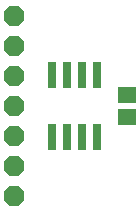
<source format=gts>
G75*
G70*
%OFA0B0*%
%FSLAX24Y24*%
%IPPOS*%
%LPD*%
%AMOC8*
5,1,8,0,0,1.08239X$1,22.5*
%
%ADD10R,0.0276X0.0906*%
%ADD11R,0.0631X0.0552*%
%ADD12OC8,0.0680*%
D10*
X004780Y003158D03*
X005280Y003158D03*
X005780Y003158D03*
X006280Y003158D03*
X006280Y005205D03*
X005780Y005205D03*
X005280Y005205D03*
X004780Y005205D03*
D11*
X007280Y004555D03*
X007280Y003807D03*
D12*
X003530Y001181D03*
X003530Y002181D03*
X003530Y003181D03*
X003530Y004181D03*
X003530Y005181D03*
X003530Y006181D03*
X003530Y007181D03*
M02*

</source>
